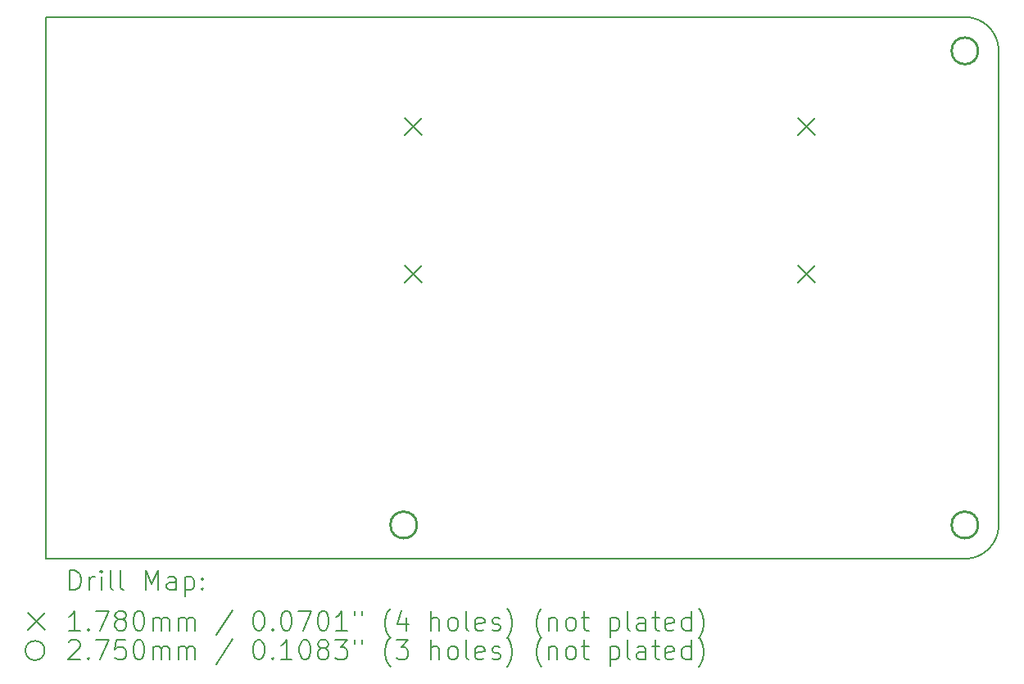
<source format=gbr>
%TF.GenerationSoftware,KiCad,Pcbnew,8.0.3*%
%TF.CreationDate,2024-06-11T23:45:37+02:00*%
%TF.ProjectId,project,70726f6a-6563-4742-9e6b-696361645f70,rev?*%
%TF.SameCoordinates,PX5b8d800PY6acfc00*%
%TF.FileFunction,Drillmap*%
%TF.FilePolarity,Positive*%
%FSLAX45Y45*%
G04 Gerber Fmt 4.5, Leading zero omitted, Abs format (unit mm)*
G04 Created by KiCad (PCBNEW 8.0.3) date 2024-06-11 23:45:37*
%MOMM*%
%LPD*%
G01*
G04 APERTURE LIST*
%ADD10C,0.150000*%
%ADD11C,0.200000*%
%ADD12C,0.178000*%
%ADD13C,0.275000*%
G04 APERTURE END LIST*
D10*
X9500000Y0D02*
X3700000Y0D01*
X9850000Y350000D02*
G75*
G02*
X9500000Y0I-350000J0D01*
G01*
X9500000Y5600000D02*
G75*
G02*
X9850000Y5250000I0J-350000D01*
G01*
D11*
X0Y5600000D02*
X0Y0D01*
X0Y0D02*
X3700000Y0D01*
D10*
X0Y5600000D02*
X9500000Y5600000D01*
X9850000Y5250000D02*
X9850000Y350000D01*
D11*
D12*
X3707000Y4558000D02*
X3885000Y4380000D01*
X3885000Y4558000D02*
X3707000Y4380000D01*
X3707000Y3034000D02*
X3885000Y2856000D01*
X3885000Y3034000D02*
X3707000Y2856000D01*
X7771000Y4558000D02*
X7949000Y4380000D01*
X7949000Y4558000D02*
X7771000Y4380000D01*
X7771000Y3034000D02*
X7949000Y2856000D01*
X7949000Y3034000D02*
X7771000Y2856000D01*
D13*
X3837500Y350000D02*
G75*
G02*
X3562500Y350000I-137500J0D01*
G01*
X3562500Y350000D02*
G75*
G02*
X3837500Y350000I137500J0D01*
G01*
X9637500Y5250000D02*
G75*
G02*
X9362500Y5250000I-137500J0D01*
G01*
X9362500Y5250000D02*
G75*
G02*
X9637500Y5250000I137500J0D01*
G01*
X9637500Y350000D02*
G75*
G02*
X9362500Y350000I-137500J0D01*
G01*
X9362500Y350000D02*
G75*
G02*
X9637500Y350000I137500J0D01*
G01*
D11*
X250777Y-321484D02*
X250777Y-121484D01*
X250777Y-121484D02*
X298396Y-121484D01*
X298396Y-121484D02*
X326967Y-131008D01*
X326967Y-131008D02*
X346015Y-150055D01*
X346015Y-150055D02*
X355539Y-169103D01*
X355539Y-169103D02*
X365062Y-207198D01*
X365062Y-207198D02*
X365062Y-235769D01*
X365062Y-235769D02*
X355539Y-273865D01*
X355539Y-273865D02*
X346015Y-292912D01*
X346015Y-292912D02*
X326967Y-311960D01*
X326967Y-311960D02*
X298396Y-321484D01*
X298396Y-321484D02*
X250777Y-321484D01*
X450777Y-321484D02*
X450777Y-188150D01*
X450777Y-226246D02*
X460301Y-207198D01*
X460301Y-207198D02*
X469824Y-197674D01*
X469824Y-197674D02*
X488872Y-188150D01*
X488872Y-188150D02*
X507920Y-188150D01*
X574586Y-321484D02*
X574586Y-188150D01*
X574586Y-121484D02*
X565063Y-131008D01*
X565063Y-131008D02*
X574586Y-140531D01*
X574586Y-140531D02*
X584110Y-131008D01*
X584110Y-131008D02*
X574586Y-121484D01*
X574586Y-121484D02*
X574586Y-140531D01*
X698396Y-321484D02*
X679348Y-311960D01*
X679348Y-311960D02*
X669824Y-292912D01*
X669824Y-292912D02*
X669824Y-121484D01*
X803158Y-321484D02*
X784110Y-311960D01*
X784110Y-311960D02*
X774586Y-292912D01*
X774586Y-292912D02*
X774586Y-121484D01*
X1031729Y-321484D02*
X1031729Y-121484D01*
X1031729Y-121484D02*
X1098396Y-264341D01*
X1098396Y-264341D02*
X1165063Y-121484D01*
X1165063Y-121484D02*
X1165063Y-321484D01*
X1346015Y-321484D02*
X1346015Y-216722D01*
X1346015Y-216722D02*
X1336491Y-197674D01*
X1336491Y-197674D02*
X1317444Y-188150D01*
X1317444Y-188150D02*
X1279348Y-188150D01*
X1279348Y-188150D02*
X1260301Y-197674D01*
X1346015Y-311960D02*
X1326967Y-321484D01*
X1326967Y-321484D02*
X1279348Y-321484D01*
X1279348Y-321484D02*
X1260301Y-311960D01*
X1260301Y-311960D02*
X1250777Y-292912D01*
X1250777Y-292912D02*
X1250777Y-273865D01*
X1250777Y-273865D02*
X1260301Y-254817D01*
X1260301Y-254817D02*
X1279348Y-245293D01*
X1279348Y-245293D02*
X1326967Y-245293D01*
X1326967Y-245293D02*
X1346015Y-235769D01*
X1441253Y-188150D02*
X1441253Y-388150D01*
X1441253Y-197674D02*
X1460301Y-188150D01*
X1460301Y-188150D02*
X1498396Y-188150D01*
X1498396Y-188150D02*
X1517443Y-197674D01*
X1517443Y-197674D02*
X1526967Y-207198D01*
X1526967Y-207198D02*
X1536491Y-226246D01*
X1536491Y-226246D02*
X1536491Y-283389D01*
X1536491Y-283389D02*
X1526967Y-302436D01*
X1526967Y-302436D02*
X1517443Y-311960D01*
X1517443Y-311960D02*
X1498396Y-321484D01*
X1498396Y-321484D02*
X1460301Y-321484D01*
X1460301Y-321484D02*
X1441253Y-311960D01*
X1622205Y-302436D02*
X1631729Y-311960D01*
X1631729Y-311960D02*
X1622205Y-321484D01*
X1622205Y-321484D02*
X1612682Y-311960D01*
X1612682Y-311960D02*
X1622205Y-302436D01*
X1622205Y-302436D02*
X1622205Y-321484D01*
X1622205Y-197674D02*
X1631729Y-207198D01*
X1631729Y-207198D02*
X1622205Y-216722D01*
X1622205Y-216722D02*
X1612682Y-207198D01*
X1612682Y-207198D02*
X1622205Y-197674D01*
X1622205Y-197674D02*
X1622205Y-216722D01*
D12*
X-188000Y-561000D02*
X-10000Y-739000D01*
X-10000Y-561000D02*
X-188000Y-739000D01*
D11*
X355539Y-741484D02*
X241253Y-741484D01*
X298396Y-741484D02*
X298396Y-541484D01*
X298396Y-541484D02*
X279348Y-570055D01*
X279348Y-570055D02*
X260301Y-589103D01*
X260301Y-589103D02*
X241253Y-598627D01*
X441253Y-722436D02*
X450777Y-731960D01*
X450777Y-731960D02*
X441253Y-741484D01*
X441253Y-741484D02*
X431729Y-731960D01*
X431729Y-731960D02*
X441253Y-722436D01*
X441253Y-722436D02*
X441253Y-741484D01*
X517443Y-541484D02*
X650777Y-541484D01*
X650777Y-541484D02*
X565063Y-741484D01*
X755539Y-627198D02*
X736491Y-617674D01*
X736491Y-617674D02*
X726967Y-608150D01*
X726967Y-608150D02*
X717443Y-589103D01*
X717443Y-589103D02*
X717443Y-579579D01*
X717443Y-579579D02*
X726967Y-560531D01*
X726967Y-560531D02*
X736491Y-551008D01*
X736491Y-551008D02*
X755539Y-541484D01*
X755539Y-541484D02*
X793634Y-541484D01*
X793634Y-541484D02*
X812682Y-551008D01*
X812682Y-551008D02*
X822205Y-560531D01*
X822205Y-560531D02*
X831729Y-579579D01*
X831729Y-579579D02*
X831729Y-589103D01*
X831729Y-589103D02*
X822205Y-608150D01*
X822205Y-608150D02*
X812682Y-617674D01*
X812682Y-617674D02*
X793634Y-627198D01*
X793634Y-627198D02*
X755539Y-627198D01*
X755539Y-627198D02*
X736491Y-636722D01*
X736491Y-636722D02*
X726967Y-646246D01*
X726967Y-646246D02*
X717443Y-665293D01*
X717443Y-665293D02*
X717443Y-703388D01*
X717443Y-703388D02*
X726967Y-722436D01*
X726967Y-722436D02*
X736491Y-731960D01*
X736491Y-731960D02*
X755539Y-741484D01*
X755539Y-741484D02*
X793634Y-741484D01*
X793634Y-741484D02*
X812682Y-731960D01*
X812682Y-731960D02*
X822205Y-722436D01*
X822205Y-722436D02*
X831729Y-703388D01*
X831729Y-703388D02*
X831729Y-665293D01*
X831729Y-665293D02*
X822205Y-646246D01*
X822205Y-646246D02*
X812682Y-636722D01*
X812682Y-636722D02*
X793634Y-627198D01*
X955539Y-541484D02*
X974586Y-541484D01*
X974586Y-541484D02*
X993634Y-551008D01*
X993634Y-551008D02*
X1003158Y-560531D01*
X1003158Y-560531D02*
X1012682Y-579579D01*
X1012682Y-579579D02*
X1022205Y-617674D01*
X1022205Y-617674D02*
X1022205Y-665293D01*
X1022205Y-665293D02*
X1012682Y-703388D01*
X1012682Y-703388D02*
X1003158Y-722436D01*
X1003158Y-722436D02*
X993634Y-731960D01*
X993634Y-731960D02*
X974586Y-741484D01*
X974586Y-741484D02*
X955539Y-741484D01*
X955539Y-741484D02*
X936491Y-731960D01*
X936491Y-731960D02*
X926967Y-722436D01*
X926967Y-722436D02*
X917443Y-703388D01*
X917443Y-703388D02*
X907920Y-665293D01*
X907920Y-665293D02*
X907920Y-617674D01*
X907920Y-617674D02*
X917443Y-579579D01*
X917443Y-579579D02*
X926967Y-560531D01*
X926967Y-560531D02*
X936491Y-551008D01*
X936491Y-551008D02*
X955539Y-541484D01*
X1107920Y-741484D02*
X1107920Y-608150D01*
X1107920Y-627198D02*
X1117444Y-617674D01*
X1117444Y-617674D02*
X1136491Y-608150D01*
X1136491Y-608150D02*
X1165063Y-608150D01*
X1165063Y-608150D02*
X1184110Y-617674D01*
X1184110Y-617674D02*
X1193634Y-636722D01*
X1193634Y-636722D02*
X1193634Y-741484D01*
X1193634Y-636722D02*
X1203158Y-617674D01*
X1203158Y-617674D02*
X1222205Y-608150D01*
X1222205Y-608150D02*
X1250777Y-608150D01*
X1250777Y-608150D02*
X1269825Y-617674D01*
X1269825Y-617674D02*
X1279348Y-636722D01*
X1279348Y-636722D02*
X1279348Y-741484D01*
X1374586Y-741484D02*
X1374586Y-608150D01*
X1374586Y-627198D02*
X1384110Y-617674D01*
X1384110Y-617674D02*
X1403158Y-608150D01*
X1403158Y-608150D02*
X1431729Y-608150D01*
X1431729Y-608150D02*
X1450777Y-617674D01*
X1450777Y-617674D02*
X1460301Y-636722D01*
X1460301Y-636722D02*
X1460301Y-741484D01*
X1460301Y-636722D02*
X1469824Y-617674D01*
X1469824Y-617674D02*
X1488872Y-608150D01*
X1488872Y-608150D02*
X1517443Y-608150D01*
X1517443Y-608150D02*
X1536491Y-617674D01*
X1536491Y-617674D02*
X1546015Y-636722D01*
X1546015Y-636722D02*
X1546015Y-741484D01*
X1936491Y-531960D02*
X1765063Y-789103D01*
X2193634Y-541484D02*
X2212682Y-541484D01*
X2212682Y-541484D02*
X2231729Y-551008D01*
X2231729Y-551008D02*
X2241253Y-560531D01*
X2241253Y-560531D02*
X2250777Y-579579D01*
X2250777Y-579579D02*
X2260301Y-617674D01*
X2260301Y-617674D02*
X2260301Y-665293D01*
X2260301Y-665293D02*
X2250777Y-703388D01*
X2250777Y-703388D02*
X2241253Y-722436D01*
X2241253Y-722436D02*
X2231729Y-731960D01*
X2231729Y-731960D02*
X2212682Y-741484D01*
X2212682Y-741484D02*
X2193634Y-741484D01*
X2193634Y-741484D02*
X2174587Y-731960D01*
X2174587Y-731960D02*
X2165063Y-722436D01*
X2165063Y-722436D02*
X2155539Y-703388D01*
X2155539Y-703388D02*
X2146015Y-665293D01*
X2146015Y-665293D02*
X2146015Y-617674D01*
X2146015Y-617674D02*
X2155539Y-579579D01*
X2155539Y-579579D02*
X2165063Y-560531D01*
X2165063Y-560531D02*
X2174587Y-551008D01*
X2174587Y-551008D02*
X2193634Y-541484D01*
X2346015Y-722436D02*
X2355539Y-731960D01*
X2355539Y-731960D02*
X2346015Y-741484D01*
X2346015Y-741484D02*
X2336491Y-731960D01*
X2336491Y-731960D02*
X2346015Y-722436D01*
X2346015Y-722436D02*
X2346015Y-741484D01*
X2479348Y-541484D02*
X2498396Y-541484D01*
X2498396Y-541484D02*
X2517444Y-551008D01*
X2517444Y-551008D02*
X2526968Y-560531D01*
X2526968Y-560531D02*
X2536491Y-579579D01*
X2536491Y-579579D02*
X2546015Y-617674D01*
X2546015Y-617674D02*
X2546015Y-665293D01*
X2546015Y-665293D02*
X2536491Y-703388D01*
X2536491Y-703388D02*
X2526968Y-722436D01*
X2526968Y-722436D02*
X2517444Y-731960D01*
X2517444Y-731960D02*
X2498396Y-741484D01*
X2498396Y-741484D02*
X2479348Y-741484D01*
X2479348Y-741484D02*
X2460301Y-731960D01*
X2460301Y-731960D02*
X2450777Y-722436D01*
X2450777Y-722436D02*
X2441253Y-703388D01*
X2441253Y-703388D02*
X2431729Y-665293D01*
X2431729Y-665293D02*
X2431729Y-617674D01*
X2431729Y-617674D02*
X2441253Y-579579D01*
X2441253Y-579579D02*
X2450777Y-560531D01*
X2450777Y-560531D02*
X2460301Y-551008D01*
X2460301Y-551008D02*
X2479348Y-541484D01*
X2612682Y-541484D02*
X2746015Y-541484D01*
X2746015Y-541484D02*
X2660301Y-741484D01*
X2860301Y-541484D02*
X2879348Y-541484D01*
X2879348Y-541484D02*
X2898396Y-551008D01*
X2898396Y-551008D02*
X2907920Y-560531D01*
X2907920Y-560531D02*
X2917444Y-579579D01*
X2917444Y-579579D02*
X2926967Y-617674D01*
X2926967Y-617674D02*
X2926967Y-665293D01*
X2926967Y-665293D02*
X2917444Y-703388D01*
X2917444Y-703388D02*
X2907920Y-722436D01*
X2907920Y-722436D02*
X2898396Y-731960D01*
X2898396Y-731960D02*
X2879348Y-741484D01*
X2879348Y-741484D02*
X2860301Y-741484D01*
X2860301Y-741484D02*
X2841253Y-731960D01*
X2841253Y-731960D02*
X2831729Y-722436D01*
X2831729Y-722436D02*
X2822206Y-703388D01*
X2822206Y-703388D02*
X2812682Y-665293D01*
X2812682Y-665293D02*
X2812682Y-617674D01*
X2812682Y-617674D02*
X2822206Y-579579D01*
X2822206Y-579579D02*
X2831729Y-560531D01*
X2831729Y-560531D02*
X2841253Y-551008D01*
X2841253Y-551008D02*
X2860301Y-541484D01*
X3117444Y-741484D02*
X3003158Y-741484D01*
X3060301Y-741484D02*
X3060301Y-541484D01*
X3060301Y-541484D02*
X3041253Y-570055D01*
X3041253Y-570055D02*
X3022206Y-589103D01*
X3022206Y-589103D02*
X3003158Y-598627D01*
X3193634Y-541484D02*
X3193634Y-579579D01*
X3269825Y-541484D02*
X3269825Y-579579D01*
X3565063Y-817674D02*
X3555539Y-808150D01*
X3555539Y-808150D02*
X3536491Y-779579D01*
X3536491Y-779579D02*
X3526968Y-760531D01*
X3526968Y-760531D02*
X3517444Y-731960D01*
X3517444Y-731960D02*
X3507920Y-684341D01*
X3507920Y-684341D02*
X3507920Y-646246D01*
X3507920Y-646246D02*
X3517444Y-598627D01*
X3517444Y-598627D02*
X3526968Y-570055D01*
X3526968Y-570055D02*
X3536491Y-551008D01*
X3536491Y-551008D02*
X3555539Y-522436D01*
X3555539Y-522436D02*
X3565063Y-512912D01*
X3726968Y-608150D02*
X3726968Y-741484D01*
X3679348Y-531960D02*
X3631729Y-674817D01*
X3631729Y-674817D02*
X3755539Y-674817D01*
X3984110Y-741484D02*
X3984110Y-541484D01*
X4069825Y-741484D02*
X4069825Y-636722D01*
X4069825Y-636722D02*
X4060301Y-617674D01*
X4060301Y-617674D02*
X4041253Y-608150D01*
X4041253Y-608150D02*
X4012682Y-608150D01*
X4012682Y-608150D02*
X3993634Y-617674D01*
X3993634Y-617674D02*
X3984110Y-627198D01*
X4193634Y-741484D02*
X4174587Y-731960D01*
X4174587Y-731960D02*
X4165063Y-722436D01*
X4165063Y-722436D02*
X4155539Y-703388D01*
X4155539Y-703388D02*
X4155539Y-646246D01*
X4155539Y-646246D02*
X4165063Y-627198D01*
X4165063Y-627198D02*
X4174587Y-617674D01*
X4174587Y-617674D02*
X4193634Y-608150D01*
X4193634Y-608150D02*
X4222206Y-608150D01*
X4222206Y-608150D02*
X4241253Y-617674D01*
X4241253Y-617674D02*
X4250777Y-627198D01*
X4250777Y-627198D02*
X4260301Y-646246D01*
X4260301Y-646246D02*
X4260301Y-703388D01*
X4260301Y-703388D02*
X4250777Y-722436D01*
X4250777Y-722436D02*
X4241253Y-731960D01*
X4241253Y-731960D02*
X4222206Y-741484D01*
X4222206Y-741484D02*
X4193634Y-741484D01*
X4374587Y-741484D02*
X4355539Y-731960D01*
X4355539Y-731960D02*
X4346015Y-712912D01*
X4346015Y-712912D02*
X4346015Y-541484D01*
X4526968Y-731960D02*
X4507920Y-741484D01*
X4507920Y-741484D02*
X4469825Y-741484D01*
X4469825Y-741484D02*
X4450777Y-731960D01*
X4450777Y-731960D02*
X4441253Y-712912D01*
X4441253Y-712912D02*
X4441253Y-636722D01*
X4441253Y-636722D02*
X4450777Y-617674D01*
X4450777Y-617674D02*
X4469825Y-608150D01*
X4469825Y-608150D02*
X4507920Y-608150D01*
X4507920Y-608150D02*
X4526968Y-617674D01*
X4526968Y-617674D02*
X4536492Y-636722D01*
X4536492Y-636722D02*
X4536492Y-655770D01*
X4536492Y-655770D02*
X4441253Y-674817D01*
X4612682Y-731960D02*
X4631730Y-741484D01*
X4631730Y-741484D02*
X4669825Y-741484D01*
X4669825Y-741484D02*
X4688873Y-731960D01*
X4688873Y-731960D02*
X4698396Y-712912D01*
X4698396Y-712912D02*
X4698396Y-703388D01*
X4698396Y-703388D02*
X4688873Y-684341D01*
X4688873Y-684341D02*
X4669825Y-674817D01*
X4669825Y-674817D02*
X4641253Y-674817D01*
X4641253Y-674817D02*
X4622206Y-665293D01*
X4622206Y-665293D02*
X4612682Y-646246D01*
X4612682Y-646246D02*
X4612682Y-636722D01*
X4612682Y-636722D02*
X4622206Y-617674D01*
X4622206Y-617674D02*
X4641253Y-608150D01*
X4641253Y-608150D02*
X4669825Y-608150D01*
X4669825Y-608150D02*
X4688873Y-617674D01*
X4765063Y-817674D02*
X4774587Y-808150D01*
X4774587Y-808150D02*
X4793634Y-779579D01*
X4793634Y-779579D02*
X4803158Y-760531D01*
X4803158Y-760531D02*
X4812682Y-731960D01*
X4812682Y-731960D02*
X4822206Y-684341D01*
X4822206Y-684341D02*
X4822206Y-646246D01*
X4822206Y-646246D02*
X4812682Y-598627D01*
X4812682Y-598627D02*
X4803158Y-570055D01*
X4803158Y-570055D02*
X4793634Y-551008D01*
X4793634Y-551008D02*
X4774587Y-522436D01*
X4774587Y-522436D02*
X4765063Y-512912D01*
X5126968Y-817674D02*
X5117444Y-808150D01*
X5117444Y-808150D02*
X5098396Y-779579D01*
X5098396Y-779579D02*
X5088873Y-760531D01*
X5088873Y-760531D02*
X5079349Y-731960D01*
X5079349Y-731960D02*
X5069825Y-684341D01*
X5069825Y-684341D02*
X5069825Y-646246D01*
X5069825Y-646246D02*
X5079349Y-598627D01*
X5079349Y-598627D02*
X5088873Y-570055D01*
X5088873Y-570055D02*
X5098396Y-551008D01*
X5098396Y-551008D02*
X5117444Y-522436D01*
X5117444Y-522436D02*
X5126968Y-512912D01*
X5203158Y-608150D02*
X5203158Y-741484D01*
X5203158Y-627198D02*
X5212682Y-617674D01*
X5212682Y-617674D02*
X5231730Y-608150D01*
X5231730Y-608150D02*
X5260301Y-608150D01*
X5260301Y-608150D02*
X5279349Y-617674D01*
X5279349Y-617674D02*
X5288873Y-636722D01*
X5288873Y-636722D02*
X5288873Y-741484D01*
X5412682Y-741484D02*
X5393634Y-731960D01*
X5393634Y-731960D02*
X5384111Y-722436D01*
X5384111Y-722436D02*
X5374587Y-703388D01*
X5374587Y-703388D02*
X5374587Y-646246D01*
X5374587Y-646246D02*
X5384111Y-627198D01*
X5384111Y-627198D02*
X5393634Y-617674D01*
X5393634Y-617674D02*
X5412682Y-608150D01*
X5412682Y-608150D02*
X5441254Y-608150D01*
X5441254Y-608150D02*
X5460301Y-617674D01*
X5460301Y-617674D02*
X5469825Y-627198D01*
X5469825Y-627198D02*
X5479349Y-646246D01*
X5479349Y-646246D02*
X5479349Y-703388D01*
X5479349Y-703388D02*
X5469825Y-722436D01*
X5469825Y-722436D02*
X5460301Y-731960D01*
X5460301Y-731960D02*
X5441254Y-741484D01*
X5441254Y-741484D02*
X5412682Y-741484D01*
X5536492Y-608150D02*
X5612682Y-608150D01*
X5565063Y-541484D02*
X5565063Y-712912D01*
X5565063Y-712912D02*
X5574587Y-731960D01*
X5574587Y-731960D02*
X5593634Y-741484D01*
X5593634Y-741484D02*
X5612682Y-741484D01*
X5831730Y-608150D02*
X5831730Y-808150D01*
X5831730Y-617674D02*
X5850777Y-608150D01*
X5850777Y-608150D02*
X5888873Y-608150D01*
X5888873Y-608150D02*
X5907920Y-617674D01*
X5907920Y-617674D02*
X5917444Y-627198D01*
X5917444Y-627198D02*
X5926968Y-646246D01*
X5926968Y-646246D02*
X5926968Y-703388D01*
X5926968Y-703388D02*
X5917444Y-722436D01*
X5917444Y-722436D02*
X5907920Y-731960D01*
X5907920Y-731960D02*
X5888873Y-741484D01*
X5888873Y-741484D02*
X5850777Y-741484D01*
X5850777Y-741484D02*
X5831730Y-731960D01*
X6041253Y-741484D02*
X6022206Y-731960D01*
X6022206Y-731960D02*
X6012682Y-712912D01*
X6012682Y-712912D02*
X6012682Y-541484D01*
X6203158Y-741484D02*
X6203158Y-636722D01*
X6203158Y-636722D02*
X6193634Y-617674D01*
X6193634Y-617674D02*
X6174587Y-608150D01*
X6174587Y-608150D02*
X6136492Y-608150D01*
X6136492Y-608150D02*
X6117444Y-617674D01*
X6203158Y-731960D02*
X6184111Y-741484D01*
X6184111Y-741484D02*
X6136492Y-741484D01*
X6136492Y-741484D02*
X6117444Y-731960D01*
X6117444Y-731960D02*
X6107920Y-712912D01*
X6107920Y-712912D02*
X6107920Y-693865D01*
X6107920Y-693865D02*
X6117444Y-674817D01*
X6117444Y-674817D02*
X6136492Y-665293D01*
X6136492Y-665293D02*
X6184111Y-665293D01*
X6184111Y-665293D02*
X6203158Y-655770D01*
X6269825Y-608150D02*
X6346015Y-608150D01*
X6298396Y-541484D02*
X6298396Y-712912D01*
X6298396Y-712912D02*
X6307920Y-731960D01*
X6307920Y-731960D02*
X6326968Y-741484D01*
X6326968Y-741484D02*
X6346015Y-741484D01*
X6488873Y-731960D02*
X6469825Y-741484D01*
X6469825Y-741484D02*
X6431730Y-741484D01*
X6431730Y-741484D02*
X6412682Y-731960D01*
X6412682Y-731960D02*
X6403158Y-712912D01*
X6403158Y-712912D02*
X6403158Y-636722D01*
X6403158Y-636722D02*
X6412682Y-617674D01*
X6412682Y-617674D02*
X6431730Y-608150D01*
X6431730Y-608150D02*
X6469825Y-608150D01*
X6469825Y-608150D02*
X6488873Y-617674D01*
X6488873Y-617674D02*
X6498396Y-636722D01*
X6498396Y-636722D02*
X6498396Y-655770D01*
X6498396Y-655770D02*
X6403158Y-674817D01*
X6669825Y-741484D02*
X6669825Y-541484D01*
X6669825Y-731960D02*
X6650777Y-741484D01*
X6650777Y-741484D02*
X6612682Y-741484D01*
X6612682Y-741484D02*
X6593634Y-731960D01*
X6593634Y-731960D02*
X6584111Y-722436D01*
X6584111Y-722436D02*
X6574587Y-703388D01*
X6574587Y-703388D02*
X6574587Y-646246D01*
X6574587Y-646246D02*
X6584111Y-627198D01*
X6584111Y-627198D02*
X6593634Y-617674D01*
X6593634Y-617674D02*
X6612682Y-608150D01*
X6612682Y-608150D02*
X6650777Y-608150D01*
X6650777Y-608150D02*
X6669825Y-617674D01*
X6746015Y-817674D02*
X6755539Y-808150D01*
X6755539Y-808150D02*
X6774587Y-779579D01*
X6774587Y-779579D02*
X6784111Y-760531D01*
X6784111Y-760531D02*
X6793634Y-731960D01*
X6793634Y-731960D02*
X6803158Y-684341D01*
X6803158Y-684341D02*
X6803158Y-646246D01*
X6803158Y-646246D02*
X6793634Y-598627D01*
X6793634Y-598627D02*
X6784111Y-570055D01*
X6784111Y-570055D02*
X6774587Y-551008D01*
X6774587Y-551008D02*
X6755539Y-522436D01*
X6755539Y-522436D02*
X6746015Y-512912D01*
X-10000Y-948000D02*
G75*
G02*
X-210000Y-948000I-100000J0D01*
G01*
X-210000Y-948000D02*
G75*
G02*
X-10000Y-948000I100000J0D01*
G01*
X241253Y-858531D02*
X250777Y-849008D01*
X250777Y-849008D02*
X269824Y-839484D01*
X269824Y-839484D02*
X317444Y-839484D01*
X317444Y-839484D02*
X336491Y-849008D01*
X336491Y-849008D02*
X346015Y-858531D01*
X346015Y-858531D02*
X355539Y-877579D01*
X355539Y-877579D02*
X355539Y-896627D01*
X355539Y-896627D02*
X346015Y-925198D01*
X346015Y-925198D02*
X231729Y-1039484D01*
X231729Y-1039484D02*
X355539Y-1039484D01*
X441253Y-1020436D02*
X450777Y-1029960D01*
X450777Y-1029960D02*
X441253Y-1039484D01*
X441253Y-1039484D02*
X431729Y-1029960D01*
X431729Y-1029960D02*
X441253Y-1020436D01*
X441253Y-1020436D02*
X441253Y-1039484D01*
X517443Y-839484D02*
X650777Y-839484D01*
X650777Y-839484D02*
X565063Y-1039484D01*
X822205Y-839484D02*
X726967Y-839484D01*
X726967Y-839484D02*
X717443Y-934722D01*
X717443Y-934722D02*
X726967Y-925198D01*
X726967Y-925198D02*
X746015Y-915674D01*
X746015Y-915674D02*
X793634Y-915674D01*
X793634Y-915674D02*
X812682Y-925198D01*
X812682Y-925198D02*
X822205Y-934722D01*
X822205Y-934722D02*
X831729Y-953769D01*
X831729Y-953769D02*
X831729Y-1001388D01*
X831729Y-1001388D02*
X822205Y-1020436D01*
X822205Y-1020436D02*
X812682Y-1029960D01*
X812682Y-1029960D02*
X793634Y-1039484D01*
X793634Y-1039484D02*
X746015Y-1039484D01*
X746015Y-1039484D02*
X726967Y-1029960D01*
X726967Y-1029960D02*
X717443Y-1020436D01*
X955539Y-839484D02*
X974586Y-839484D01*
X974586Y-839484D02*
X993634Y-849008D01*
X993634Y-849008D02*
X1003158Y-858531D01*
X1003158Y-858531D02*
X1012682Y-877579D01*
X1012682Y-877579D02*
X1022205Y-915674D01*
X1022205Y-915674D02*
X1022205Y-963293D01*
X1022205Y-963293D02*
X1012682Y-1001388D01*
X1012682Y-1001388D02*
X1003158Y-1020436D01*
X1003158Y-1020436D02*
X993634Y-1029960D01*
X993634Y-1029960D02*
X974586Y-1039484D01*
X974586Y-1039484D02*
X955539Y-1039484D01*
X955539Y-1039484D02*
X936491Y-1029960D01*
X936491Y-1029960D02*
X926967Y-1020436D01*
X926967Y-1020436D02*
X917443Y-1001388D01*
X917443Y-1001388D02*
X907920Y-963293D01*
X907920Y-963293D02*
X907920Y-915674D01*
X907920Y-915674D02*
X917443Y-877579D01*
X917443Y-877579D02*
X926967Y-858531D01*
X926967Y-858531D02*
X936491Y-849008D01*
X936491Y-849008D02*
X955539Y-839484D01*
X1107920Y-1039484D02*
X1107920Y-906150D01*
X1107920Y-925198D02*
X1117444Y-915674D01*
X1117444Y-915674D02*
X1136491Y-906150D01*
X1136491Y-906150D02*
X1165063Y-906150D01*
X1165063Y-906150D02*
X1184110Y-915674D01*
X1184110Y-915674D02*
X1193634Y-934722D01*
X1193634Y-934722D02*
X1193634Y-1039484D01*
X1193634Y-934722D02*
X1203158Y-915674D01*
X1203158Y-915674D02*
X1222205Y-906150D01*
X1222205Y-906150D02*
X1250777Y-906150D01*
X1250777Y-906150D02*
X1269825Y-915674D01*
X1269825Y-915674D02*
X1279348Y-934722D01*
X1279348Y-934722D02*
X1279348Y-1039484D01*
X1374586Y-1039484D02*
X1374586Y-906150D01*
X1374586Y-925198D02*
X1384110Y-915674D01*
X1384110Y-915674D02*
X1403158Y-906150D01*
X1403158Y-906150D02*
X1431729Y-906150D01*
X1431729Y-906150D02*
X1450777Y-915674D01*
X1450777Y-915674D02*
X1460301Y-934722D01*
X1460301Y-934722D02*
X1460301Y-1039484D01*
X1460301Y-934722D02*
X1469824Y-915674D01*
X1469824Y-915674D02*
X1488872Y-906150D01*
X1488872Y-906150D02*
X1517443Y-906150D01*
X1517443Y-906150D02*
X1536491Y-915674D01*
X1536491Y-915674D02*
X1546015Y-934722D01*
X1546015Y-934722D02*
X1546015Y-1039484D01*
X1936491Y-829960D02*
X1765063Y-1087103D01*
X2193634Y-839484D02*
X2212682Y-839484D01*
X2212682Y-839484D02*
X2231729Y-849008D01*
X2231729Y-849008D02*
X2241253Y-858531D01*
X2241253Y-858531D02*
X2250777Y-877579D01*
X2250777Y-877579D02*
X2260301Y-915674D01*
X2260301Y-915674D02*
X2260301Y-963293D01*
X2260301Y-963293D02*
X2250777Y-1001388D01*
X2250777Y-1001388D02*
X2241253Y-1020436D01*
X2241253Y-1020436D02*
X2231729Y-1029960D01*
X2231729Y-1029960D02*
X2212682Y-1039484D01*
X2212682Y-1039484D02*
X2193634Y-1039484D01*
X2193634Y-1039484D02*
X2174587Y-1029960D01*
X2174587Y-1029960D02*
X2165063Y-1020436D01*
X2165063Y-1020436D02*
X2155539Y-1001388D01*
X2155539Y-1001388D02*
X2146015Y-963293D01*
X2146015Y-963293D02*
X2146015Y-915674D01*
X2146015Y-915674D02*
X2155539Y-877579D01*
X2155539Y-877579D02*
X2165063Y-858531D01*
X2165063Y-858531D02*
X2174587Y-849008D01*
X2174587Y-849008D02*
X2193634Y-839484D01*
X2346015Y-1020436D02*
X2355539Y-1029960D01*
X2355539Y-1029960D02*
X2346015Y-1039484D01*
X2346015Y-1039484D02*
X2336491Y-1029960D01*
X2336491Y-1029960D02*
X2346015Y-1020436D01*
X2346015Y-1020436D02*
X2346015Y-1039484D01*
X2546015Y-1039484D02*
X2431729Y-1039484D01*
X2488872Y-1039484D02*
X2488872Y-839484D01*
X2488872Y-839484D02*
X2469825Y-868055D01*
X2469825Y-868055D02*
X2450777Y-887103D01*
X2450777Y-887103D02*
X2431729Y-896627D01*
X2669825Y-839484D02*
X2688872Y-839484D01*
X2688872Y-839484D02*
X2707920Y-849008D01*
X2707920Y-849008D02*
X2717444Y-858531D01*
X2717444Y-858531D02*
X2726968Y-877579D01*
X2726968Y-877579D02*
X2736491Y-915674D01*
X2736491Y-915674D02*
X2736491Y-963293D01*
X2736491Y-963293D02*
X2726968Y-1001388D01*
X2726968Y-1001388D02*
X2717444Y-1020436D01*
X2717444Y-1020436D02*
X2707920Y-1029960D01*
X2707920Y-1029960D02*
X2688872Y-1039484D01*
X2688872Y-1039484D02*
X2669825Y-1039484D01*
X2669825Y-1039484D02*
X2650777Y-1029960D01*
X2650777Y-1029960D02*
X2641253Y-1020436D01*
X2641253Y-1020436D02*
X2631729Y-1001388D01*
X2631729Y-1001388D02*
X2622206Y-963293D01*
X2622206Y-963293D02*
X2622206Y-915674D01*
X2622206Y-915674D02*
X2631729Y-877579D01*
X2631729Y-877579D02*
X2641253Y-858531D01*
X2641253Y-858531D02*
X2650777Y-849008D01*
X2650777Y-849008D02*
X2669825Y-839484D01*
X2850777Y-925198D02*
X2831729Y-915674D01*
X2831729Y-915674D02*
X2822206Y-906150D01*
X2822206Y-906150D02*
X2812682Y-887103D01*
X2812682Y-887103D02*
X2812682Y-877579D01*
X2812682Y-877579D02*
X2822206Y-858531D01*
X2822206Y-858531D02*
X2831729Y-849008D01*
X2831729Y-849008D02*
X2850777Y-839484D01*
X2850777Y-839484D02*
X2888872Y-839484D01*
X2888872Y-839484D02*
X2907920Y-849008D01*
X2907920Y-849008D02*
X2917444Y-858531D01*
X2917444Y-858531D02*
X2926967Y-877579D01*
X2926967Y-877579D02*
X2926967Y-887103D01*
X2926967Y-887103D02*
X2917444Y-906150D01*
X2917444Y-906150D02*
X2907920Y-915674D01*
X2907920Y-915674D02*
X2888872Y-925198D01*
X2888872Y-925198D02*
X2850777Y-925198D01*
X2850777Y-925198D02*
X2831729Y-934722D01*
X2831729Y-934722D02*
X2822206Y-944246D01*
X2822206Y-944246D02*
X2812682Y-963293D01*
X2812682Y-963293D02*
X2812682Y-1001388D01*
X2812682Y-1001388D02*
X2822206Y-1020436D01*
X2822206Y-1020436D02*
X2831729Y-1029960D01*
X2831729Y-1029960D02*
X2850777Y-1039484D01*
X2850777Y-1039484D02*
X2888872Y-1039484D01*
X2888872Y-1039484D02*
X2907920Y-1029960D01*
X2907920Y-1029960D02*
X2917444Y-1020436D01*
X2917444Y-1020436D02*
X2926967Y-1001388D01*
X2926967Y-1001388D02*
X2926967Y-963293D01*
X2926967Y-963293D02*
X2917444Y-944246D01*
X2917444Y-944246D02*
X2907920Y-934722D01*
X2907920Y-934722D02*
X2888872Y-925198D01*
X2993634Y-839484D02*
X3117444Y-839484D01*
X3117444Y-839484D02*
X3050777Y-915674D01*
X3050777Y-915674D02*
X3079348Y-915674D01*
X3079348Y-915674D02*
X3098396Y-925198D01*
X3098396Y-925198D02*
X3107920Y-934722D01*
X3107920Y-934722D02*
X3117444Y-953769D01*
X3117444Y-953769D02*
X3117444Y-1001388D01*
X3117444Y-1001388D02*
X3107920Y-1020436D01*
X3107920Y-1020436D02*
X3098396Y-1029960D01*
X3098396Y-1029960D02*
X3079348Y-1039484D01*
X3079348Y-1039484D02*
X3022206Y-1039484D01*
X3022206Y-1039484D02*
X3003158Y-1029960D01*
X3003158Y-1029960D02*
X2993634Y-1020436D01*
X3193634Y-839484D02*
X3193634Y-877579D01*
X3269825Y-839484D02*
X3269825Y-877579D01*
X3565063Y-1115674D02*
X3555539Y-1106150D01*
X3555539Y-1106150D02*
X3536491Y-1077579D01*
X3536491Y-1077579D02*
X3526968Y-1058531D01*
X3526968Y-1058531D02*
X3517444Y-1029960D01*
X3517444Y-1029960D02*
X3507920Y-982341D01*
X3507920Y-982341D02*
X3507920Y-944246D01*
X3507920Y-944246D02*
X3517444Y-896627D01*
X3517444Y-896627D02*
X3526968Y-868055D01*
X3526968Y-868055D02*
X3536491Y-849008D01*
X3536491Y-849008D02*
X3555539Y-820436D01*
X3555539Y-820436D02*
X3565063Y-810912D01*
X3622206Y-839484D02*
X3746015Y-839484D01*
X3746015Y-839484D02*
X3679348Y-915674D01*
X3679348Y-915674D02*
X3707920Y-915674D01*
X3707920Y-915674D02*
X3726968Y-925198D01*
X3726968Y-925198D02*
X3736491Y-934722D01*
X3736491Y-934722D02*
X3746015Y-953769D01*
X3746015Y-953769D02*
X3746015Y-1001388D01*
X3746015Y-1001388D02*
X3736491Y-1020436D01*
X3736491Y-1020436D02*
X3726968Y-1029960D01*
X3726968Y-1029960D02*
X3707920Y-1039484D01*
X3707920Y-1039484D02*
X3650777Y-1039484D01*
X3650777Y-1039484D02*
X3631729Y-1029960D01*
X3631729Y-1029960D02*
X3622206Y-1020436D01*
X3984110Y-1039484D02*
X3984110Y-839484D01*
X4069825Y-1039484D02*
X4069825Y-934722D01*
X4069825Y-934722D02*
X4060301Y-915674D01*
X4060301Y-915674D02*
X4041253Y-906150D01*
X4041253Y-906150D02*
X4012682Y-906150D01*
X4012682Y-906150D02*
X3993634Y-915674D01*
X3993634Y-915674D02*
X3984110Y-925198D01*
X4193634Y-1039484D02*
X4174587Y-1029960D01*
X4174587Y-1029960D02*
X4165063Y-1020436D01*
X4165063Y-1020436D02*
X4155539Y-1001388D01*
X4155539Y-1001388D02*
X4155539Y-944246D01*
X4155539Y-944246D02*
X4165063Y-925198D01*
X4165063Y-925198D02*
X4174587Y-915674D01*
X4174587Y-915674D02*
X4193634Y-906150D01*
X4193634Y-906150D02*
X4222206Y-906150D01*
X4222206Y-906150D02*
X4241253Y-915674D01*
X4241253Y-915674D02*
X4250777Y-925198D01*
X4250777Y-925198D02*
X4260301Y-944246D01*
X4260301Y-944246D02*
X4260301Y-1001388D01*
X4260301Y-1001388D02*
X4250777Y-1020436D01*
X4250777Y-1020436D02*
X4241253Y-1029960D01*
X4241253Y-1029960D02*
X4222206Y-1039484D01*
X4222206Y-1039484D02*
X4193634Y-1039484D01*
X4374587Y-1039484D02*
X4355539Y-1029960D01*
X4355539Y-1029960D02*
X4346015Y-1010912D01*
X4346015Y-1010912D02*
X4346015Y-839484D01*
X4526968Y-1029960D02*
X4507920Y-1039484D01*
X4507920Y-1039484D02*
X4469825Y-1039484D01*
X4469825Y-1039484D02*
X4450777Y-1029960D01*
X4450777Y-1029960D02*
X4441253Y-1010912D01*
X4441253Y-1010912D02*
X4441253Y-934722D01*
X4441253Y-934722D02*
X4450777Y-915674D01*
X4450777Y-915674D02*
X4469825Y-906150D01*
X4469825Y-906150D02*
X4507920Y-906150D01*
X4507920Y-906150D02*
X4526968Y-915674D01*
X4526968Y-915674D02*
X4536492Y-934722D01*
X4536492Y-934722D02*
X4536492Y-953769D01*
X4536492Y-953769D02*
X4441253Y-972817D01*
X4612682Y-1029960D02*
X4631730Y-1039484D01*
X4631730Y-1039484D02*
X4669825Y-1039484D01*
X4669825Y-1039484D02*
X4688873Y-1029960D01*
X4688873Y-1029960D02*
X4698396Y-1010912D01*
X4698396Y-1010912D02*
X4698396Y-1001388D01*
X4698396Y-1001388D02*
X4688873Y-982341D01*
X4688873Y-982341D02*
X4669825Y-972817D01*
X4669825Y-972817D02*
X4641253Y-972817D01*
X4641253Y-972817D02*
X4622206Y-963293D01*
X4622206Y-963293D02*
X4612682Y-944246D01*
X4612682Y-944246D02*
X4612682Y-934722D01*
X4612682Y-934722D02*
X4622206Y-915674D01*
X4622206Y-915674D02*
X4641253Y-906150D01*
X4641253Y-906150D02*
X4669825Y-906150D01*
X4669825Y-906150D02*
X4688873Y-915674D01*
X4765063Y-1115674D02*
X4774587Y-1106150D01*
X4774587Y-1106150D02*
X4793634Y-1077579D01*
X4793634Y-1077579D02*
X4803158Y-1058531D01*
X4803158Y-1058531D02*
X4812682Y-1029960D01*
X4812682Y-1029960D02*
X4822206Y-982341D01*
X4822206Y-982341D02*
X4822206Y-944246D01*
X4822206Y-944246D02*
X4812682Y-896627D01*
X4812682Y-896627D02*
X4803158Y-868055D01*
X4803158Y-868055D02*
X4793634Y-849008D01*
X4793634Y-849008D02*
X4774587Y-820436D01*
X4774587Y-820436D02*
X4765063Y-810912D01*
X5126968Y-1115674D02*
X5117444Y-1106150D01*
X5117444Y-1106150D02*
X5098396Y-1077579D01*
X5098396Y-1077579D02*
X5088873Y-1058531D01*
X5088873Y-1058531D02*
X5079349Y-1029960D01*
X5079349Y-1029960D02*
X5069825Y-982341D01*
X5069825Y-982341D02*
X5069825Y-944246D01*
X5069825Y-944246D02*
X5079349Y-896627D01*
X5079349Y-896627D02*
X5088873Y-868055D01*
X5088873Y-868055D02*
X5098396Y-849008D01*
X5098396Y-849008D02*
X5117444Y-820436D01*
X5117444Y-820436D02*
X5126968Y-810912D01*
X5203158Y-906150D02*
X5203158Y-1039484D01*
X5203158Y-925198D02*
X5212682Y-915674D01*
X5212682Y-915674D02*
X5231730Y-906150D01*
X5231730Y-906150D02*
X5260301Y-906150D01*
X5260301Y-906150D02*
X5279349Y-915674D01*
X5279349Y-915674D02*
X5288873Y-934722D01*
X5288873Y-934722D02*
X5288873Y-1039484D01*
X5412682Y-1039484D02*
X5393634Y-1029960D01*
X5393634Y-1029960D02*
X5384111Y-1020436D01*
X5384111Y-1020436D02*
X5374587Y-1001388D01*
X5374587Y-1001388D02*
X5374587Y-944246D01*
X5374587Y-944246D02*
X5384111Y-925198D01*
X5384111Y-925198D02*
X5393634Y-915674D01*
X5393634Y-915674D02*
X5412682Y-906150D01*
X5412682Y-906150D02*
X5441254Y-906150D01*
X5441254Y-906150D02*
X5460301Y-915674D01*
X5460301Y-915674D02*
X5469825Y-925198D01*
X5469825Y-925198D02*
X5479349Y-944246D01*
X5479349Y-944246D02*
X5479349Y-1001388D01*
X5479349Y-1001388D02*
X5469825Y-1020436D01*
X5469825Y-1020436D02*
X5460301Y-1029960D01*
X5460301Y-1029960D02*
X5441254Y-1039484D01*
X5441254Y-1039484D02*
X5412682Y-1039484D01*
X5536492Y-906150D02*
X5612682Y-906150D01*
X5565063Y-839484D02*
X5565063Y-1010912D01*
X5565063Y-1010912D02*
X5574587Y-1029960D01*
X5574587Y-1029960D02*
X5593634Y-1039484D01*
X5593634Y-1039484D02*
X5612682Y-1039484D01*
X5831730Y-906150D02*
X5831730Y-1106150D01*
X5831730Y-915674D02*
X5850777Y-906150D01*
X5850777Y-906150D02*
X5888873Y-906150D01*
X5888873Y-906150D02*
X5907920Y-915674D01*
X5907920Y-915674D02*
X5917444Y-925198D01*
X5917444Y-925198D02*
X5926968Y-944246D01*
X5926968Y-944246D02*
X5926968Y-1001388D01*
X5926968Y-1001388D02*
X5917444Y-1020436D01*
X5917444Y-1020436D02*
X5907920Y-1029960D01*
X5907920Y-1029960D02*
X5888873Y-1039484D01*
X5888873Y-1039484D02*
X5850777Y-1039484D01*
X5850777Y-1039484D02*
X5831730Y-1029960D01*
X6041253Y-1039484D02*
X6022206Y-1029960D01*
X6022206Y-1029960D02*
X6012682Y-1010912D01*
X6012682Y-1010912D02*
X6012682Y-839484D01*
X6203158Y-1039484D02*
X6203158Y-934722D01*
X6203158Y-934722D02*
X6193634Y-915674D01*
X6193634Y-915674D02*
X6174587Y-906150D01*
X6174587Y-906150D02*
X6136492Y-906150D01*
X6136492Y-906150D02*
X6117444Y-915674D01*
X6203158Y-1029960D02*
X6184111Y-1039484D01*
X6184111Y-1039484D02*
X6136492Y-1039484D01*
X6136492Y-1039484D02*
X6117444Y-1029960D01*
X6117444Y-1029960D02*
X6107920Y-1010912D01*
X6107920Y-1010912D02*
X6107920Y-991865D01*
X6107920Y-991865D02*
X6117444Y-972817D01*
X6117444Y-972817D02*
X6136492Y-963293D01*
X6136492Y-963293D02*
X6184111Y-963293D01*
X6184111Y-963293D02*
X6203158Y-953769D01*
X6269825Y-906150D02*
X6346015Y-906150D01*
X6298396Y-839484D02*
X6298396Y-1010912D01*
X6298396Y-1010912D02*
X6307920Y-1029960D01*
X6307920Y-1029960D02*
X6326968Y-1039484D01*
X6326968Y-1039484D02*
X6346015Y-1039484D01*
X6488873Y-1029960D02*
X6469825Y-1039484D01*
X6469825Y-1039484D02*
X6431730Y-1039484D01*
X6431730Y-1039484D02*
X6412682Y-1029960D01*
X6412682Y-1029960D02*
X6403158Y-1010912D01*
X6403158Y-1010912D02*
X6403158Y-934722D01*
X6403158Y-934722D02*
X6412682Y-915674D01*
X6412682Y-915674D02*
X6431730Y-906150D01*
X6431730Y-906150D02*
X6469825Y-906150D01*
X6469825Y-906150D02*
X6488873Y-915674D01*
X6488873Y-915674D02*
X6498396Y-934722D01*
X6498396Y-934722D02*
X6498396Y-953769D01*
X6498396Y-953769D02*
X6403158Y-972817D01*
X6669825Y-1039484D02*
X6669825Y-839484D01*
X6669825Y-1029960D02*
X6650777Y-1039484D01*
X6650777Y-1039484D02*
X6612682Y-1039484D01*
X6612682Y-1039484D02*
X6593634Y-1029960D01*
X6593634Y-1029960D02*
X6584111Y-1020436D01*
X6584111Y-1020436D02*
X6574587Y-1001388D01*
X6574587Y-1001388D02*
X6574587Y-944246D01*
X6574587Y-944246D02*
X6584111Y-925198D01*
X6584111Y-925198D02*
X6593634Y-915674D01*
X6593634Y-915674D02*
X6612682Y-906150D01*
X6612682Y-906150D02*
X6650777Y-906150D01*
X6650777Y-906150D02*
X6669825Y-915674D01*
X6746015Y-1115674D02*
X6755539Y-1106150D01*
X6755539Y-1106150D02*
X6774587Y-1077579D01*
X6774587Y-1077579D02*
X6784111Y-1058531D01*
X6784111Y-1058531D02*
X6793634Y-1029960D01*
X6793634Y-1029960D02*
X6803158Y-982341D01*
X6803158Y-982341D02*
X6803158Y-944246D01*
X6803158Y-944246D02*
X6793634Y-896627D01*
X6793634Y-896627D02*
X6784111Y-868055D01*
X6784111Y-868055D02*
X6774587Y-849008D01*
X6774587Y-849008D02*
X6755539Y-820436D01*
X6755539Y-820436D02*
X6746015Y-810912D01*
M02*

</source>
